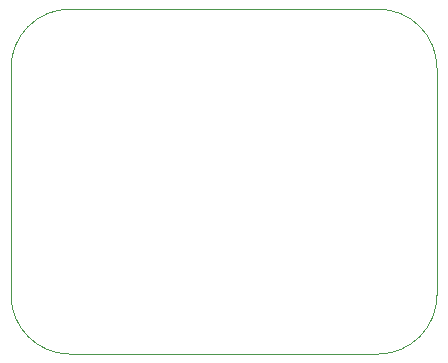
<source format=gbr>
%TF.GenerationSoftware,KiCad,Pcbnew,9.0.3*%
%TF.CreationDate,2025-09-11T10:37:05-04:00*%
%TF.ProjectId,lmv324_breakout,6c6d7633-3234-45f6-9272-65616b6f7574,rev?*%
%TF.SameCoordinates,Original*%
%TF.FileFunction,Profile,NP*%
%FSLAX46Y46*%
G04 Gerber Fmt 4.6, Leading zero omitted, Abs format (unit mm)*
G04 Created by KiCad (PCBNEW 9.0.3) date 2025-09-11 10:37:05*
%MOMM*%
%LPD*%
G01*
G04 APERTURE LIST*
%TA.AperFunction,Profile*%
%ADD10C,0.050000*%
%TD*%
G04 APERTURE END LIST*
D10*
X124968000Y-87964000D02*
G75*
G02*
X119968000Y-92964000I-5000000J0D01*
G01*
X93900000Y-92964000D02*
G75*
G02*
X88900000Y-87964000I0J5000000D01*
G01*
X119968000Y-63754000D02*
G75*
G02*
X124968000Y-68754000I0J-5000000D01*
G01*
X88900000Y-68754000D02*
G75*
G02*
X93900000Y-63754000I5000000J0D01*
G01*
X119968000Y-92964000D02*
X93900000Y-92964000D01*
X124968000Y-68754000D02*
X124968000Y-87964000D01*
X88900000Y-87964000D02*
X88900000Y-68754000D01*
X93900000Y-63754000D02*
X119968000Y-63754000D01*
M02*

</source>
